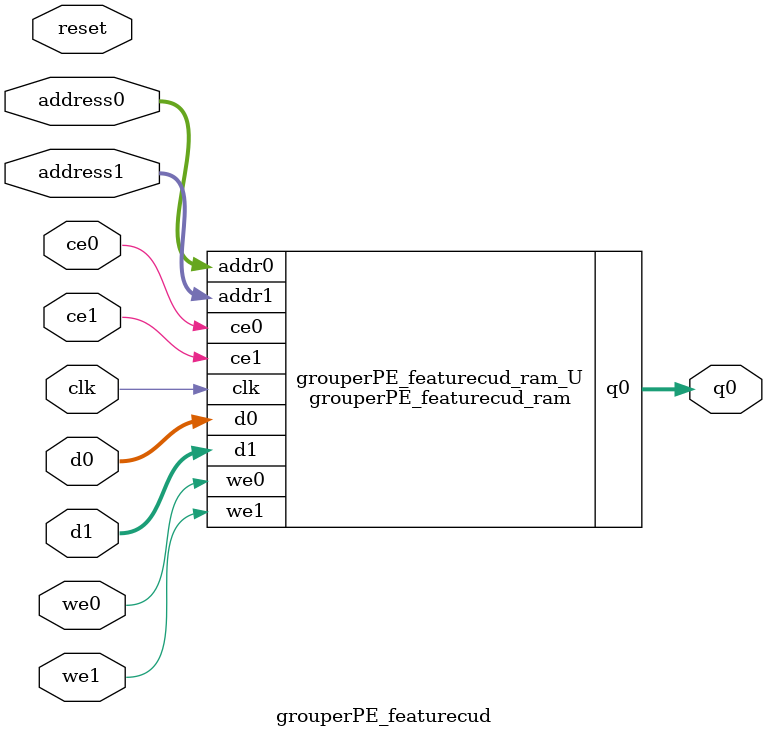
<source format=v>

`timescale 1 ns / 1 ps
module grouperPE_featurecud_ram (addr0, ce0, d0, we0, q0, addr1, ce1, d1, we1,  clk);

parameter DWIDTH = 8;
parameter AWIDTH = 12;
parameter MEM_SIZE = 4096;

input[AWIDTH-1:0] addr0;
input ce0;
input[DWIDTH-1:0] d0;
input we0;
output reg[DWIDTH-1:0] q0;
input[AWIDTH-1:0] addr1;
input ce1;
input[DWIDTH-1:0] d1;
input we1;
input clk;

(* ram_style = "block" *)reg [DWIDTH-1:0] ram[0:MEM_SIZE-1];




always @(posedge clk)  
begin 
    if (ce0) 
    begin
        if (we0) 
        begin 
            ram[addr0] <= d0; 
            q0 <= d0;
        end 
        else 
            q0 <= ram[addr0];
    end
end


always @(posedge clk)  
begin 
    if (ce1) 
    begin
        if (we1) 
        begin 
            ram[addr1] <= d1; 
        end 
    end
end


endmodule


`timescale 1 ns / 1 ps
module grouperPE_featurecud(
    reset,
    clk,
    address0,
    ce0,
    we0,
    d0,
    q0,
    address1,
    ce1,
    we1,
    d1);

parameter DataWidth = 32'd8;
parameter AddressRange = 32'd4096;
parameter AddressWidth = 32'd12;
input reset;
input clk;
input[AddressWidth - 1:0] address0;
input ce0;
input we0;
input[DataWidth - 1:0] d0;
output[DataWidth - 1:0] q0;
input[AddressWidth - 1:0] address1;
input ce1;
input we1;
input[DataWidth - 1:0] d1;



grouperPE_featurecud_ram grouperPE_featurecud_ram_U(
    .clk( clk ),
    .addr0( address0 ),
    .ce0( ce0 ),
    .we0( we0 ),
    .d0( d0 ),
    .q0( q0 ),
    .addr1( address1 ),
    .ce1( ce1 ),
    .we1( we1 ),
    .d1( d1 ));

endmodule


</source>
